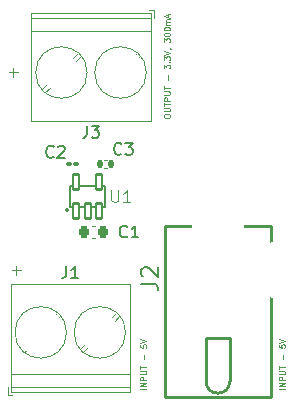
<source format=gto>
%TF.GenerationSoftware,KiCad,Pcbnew,8.0.4*%
%TF.CreationDate,2024-11-20T20:48:09-05:00*%
%TF.ProjectId,voltage_regulator_3V3_ap2210,766f6c74-6167-4655-9f72-6567756c6174,rev?*%
%TF.SameCoordinates,Original*%
%TF.FileFunction,Legend,Top*%
%TF.FilePolarity,Positive*%
%FSLAX46Y46*%
G04 Gerber Fmt 4.6, Leading zero omitted, Abs format (unit mm)*
G04 Created by KiCad (PCBNEW 8.0.4) date 2024-11-20 20:48:09*
%MOMM*%
%LPD*%
G01*
G04 APERTURE LIST*
G04 Aperture macros list*
%AMRoundRect*
0 Rectangle with rounded corners*
0 $1 Rounding radius*
0 $2 $3 $4 $5 $6 $7 $8 $9 X,Y pos of 4 corners*
0 Add a 4 corners polygon primitive as box body*
4,1,4,$2,$3,$4,$5,$6,$7,$8,$9,$2,$3,0*
0 Add four circle primitives for the rounded corners*
1,1,$1+$1,$2,$3*
1,1,$1+$1,$4,$5*
1,1,$1+$1,$6,$7*
1,1,$1+$1,$8,$9*
0 Add four rect primitives between the rounded corners*
20,1,$1+$1,$2,$3,$4,$5,0*
20,1,$1+$1,$4,$5,$6,$7,0*
20,1,$1+$1,$6,$7,$8,$9,0*
20,1,$1+$1,$8,$9,$2,$3,0*%
G04 Aperture macros list end*
%ADD10C,0.100000*%
%ADD11C,0.150000*%
%ADD12C,0.120000*%
%ADD13C,0.254000*%
%ADD14C,0.127000*%
%ADD15R,2.600000X2.600000*%
%ADD16C,2.600000*%
%ADD17C,4.704000*%
%ADD18RoundRect,0.102000X-0.275000X-0.650000X0.275000X-0.650000X0.275000X0.650000X-0.275000X0.650000X0*%
%ADD19RoundRect,0.100000X0.130000X0.100000X-0.130000X0.100000X-0.130000X-0.100000X0.130000X-0.100000X0*%
%ADD20RoundRect,0.140000X-0.140000X-0.170000X0.140000X-0.170000X0.140000X0.170000X-0.140000X0.170000X0*%
%ADD21RoundRect,0.225000X0.225000X0.250000X-0.225000X0.250000X-0.225000X-0.250000X0.225000X-0.250000X0*%
%ADD22C,0.600000*%
G04 APERTURE END LIST*
D10*
X106183609Y-73065163D02*
X105683609Y-73065163D01*
X106183609Y-72827068D02*
X105683609Y-72827068D01*
X105683609Y-72827068D02*
X106183609Y-72541354D01*
X106183609Y-72541354D02*
X105683609Y-72541354D01*
X106183609Y-72303258D02*
X105683609Y-72303258D01*
X105683609Y-72303258D02*
X105683609Y-72112782D01*
X105683609Y-72112782D02*
X105707419Y-72065163D01*
X105707419Y-72065163D02*
X105731228Y-72041353D01*
X105731228Y-72041353D02*
X105778847Y-72017544D01*
X105778847Y-72017544D02*
X105850276Y-72017544D01*
X105850276Y-72017544D02*
X105897895Y-72041353D01*
X105897895Y-72041353D02*
X105921704Y-72065163D01*
X105921704Y-72065163D02*
X105945514Y-72112782D01*
X105945514Y-72112782D02*
X105945514Y-72303258D01*
X105683609Y-71803258D02*
X106088371Y-71803258D01*
X106088371Y-71803258D02*
X106135990Y-71779448D01*
X106135990Y-71779448D02*
X106159800Y-71755639D01*
X106159800Y-71755639D02*
X106183609Y-71708020D01*
X106183609Y-71708020D02*
X106183609Y-71612782D01*
X106183609Y-71612782D02*
X106159800Y-71565163D01*
X106159800Y-71565163D02*
X106135990Y-71541353D01*
X106135990Y-71541353D02*
X106088371Y-71517544D01*
X106088371Y-71517544D02*
X105683609Y-71517544D01*
X105683609Y-71350876D02*
X105683609Y-71065162D01*
X106183609Y-71208019D02*
X105683609Y-71208019D01*
X105993133Y-70517544D02*
X105993133Y-70136592D01*
X105683609Y-69279449D02*
X105683609Y-69517544D01*
X105683609Y-69517544D02*
X105921704Y-69541353D01*
X105921704Y-69541353D02*
X105897895Y-69517544D01*
X105897895Y-69517544D02*
X105874085Y-69469925D01*
X105874085Y-69469925D02*
X105874085Y-69350877D01*
X105874085Y-69350877D02*
X105897895Y-69303258D01*
X105897895Y-69303258D02*
X105921704Y-69279449D01*
X105921704Y-69279449D02*
X105969323Y-69255639D01*
X105969323Y-69255639D02*
X106088371Y-69255639D01*
X106088371Y-69255639D02*
X106135990Y-69279449D01*
X106135990Y-69279449D02*
X106159800Y-69303258D01*
X106159800Y-69303258D02*
X106183609Y-69350877D01*
X106183609Y-69350877D02*
X106183609Y-69469925D01*
X106183609Y-69469925D02*
X106159800Y-69517544D01*
X106159800Y-69517544D02*
X106135990Y-69541353D01*
X105683609Y-69112782D02*
X106183609Y-68946116D01*
X106183609Y-68946116D02*
X105683609Y-68779449D01*
X94553884Y-46241466D02*
X95315789Y-46241466D01*
X94934836Y-46622419D02*
X94934836Y-45860514D01*
X107683609Y-49969925D02*
X107683609Y-49874687D01*
X107683609Y-49874687D02*
X107707419Y-49827068D01*
X107707419Y-49827068D02*
X107755038Y-49779449D01*
X107755038Y-49779449D02*
X107850276Y-49755639D01*
X107850276Y-49755639D02*
X108016942Y-49755639D01*
X108016942Y-49755639D02*
X108112180Y-49779449D01*
X108112180Y-49779449D02*
X108159800Y-49827068D01*
X108159800Y-49827068D02*
X108183609Y-49874687D01*
X108183609Y-49874687D02*
X108183609Y-49969925D01*
X108183609Y-49969925D02*
X108159800Y-50017544D01*
X108159800Y-50017544D02*
X108112180Y-50065163D01*
X108112180Y-50065163D02*
X108016942Y-50088972D01*
X108016942Y-50088972D02*
X107850276Y-50088972D01*
X107850276Y-50088972D02*
X107755038Y-50065163D01*
X107755038Y-50065163D02*
X107707419Y-50017544D01*
X107707419Y-50017544D02*
X107683609Y-49969925D01*
X107683609Y-49541353D02*
X108088371Y-49541353D01*
X108088371Y-49541353D02*
X108135990Y-49517543D01*
X108135990Y-49517543D02*
X108159800Y-49493734D01*
X108159800Y-49493734D02*
X108183609Y-49446115D01*
X108183609Y-49446115D02*
X108183609Y-49350877D01*
X108183609Y-49350877D02*
X108159800Y-49303258D01*
X108159800Y-49303258D02*
X108135990Y-49279448D01*
X108135990Y-49279448D02*
X108088371Y-49255639D01*
X108088371Y-49255639D02*
X107683609Y-49255639D01*
X107683609Y-49088971D02*
X107683609Y-48803257D01*
X108183609Y-48946114D02*
X107683609Y-48946114D01*
X108183609Y-48636591D02*
X107683609Y-48636591D01*
X107683609Y-48636591D02*
X107683609Y-48446115D01*
X107683609Y-48446115D02*
X107707419Y-48398496D01*
X107707419Y-48398496D02*
X107731228Y-48374686D01*
X107731228Y-48374686D02*
X107778847Y-48350877D01*
X107778847Y-48350877D02*
X107850276Y-48350877D01*
X107850276Y-48350877D02*
X107897895Y-48374686D01*
X107897895Y-48374686D02*
X107921704Y-48398496D01*
X107921704Y-48398496D02*
X107945514Y-48446115D01*
X107945514Y-48446115D02*
X107945514Y-48636591D01*
X107683609Y-48136591D02*
X108088371Y-48136591D01*
X108088371Y-48136591D02*
X108135990Y-48112781D01*
X108135990Y-48112781D02*
X108159800Y-48088972D01*
X108159800Y-48088972D02*
X108183609Y-48041353D01*
X108183609Y-48041353D02*
X108183609Y-47946115D01*
X108183609Y-47946115D02*
X108159800Y-47898496D01*
X108159800Y-47898496D02*
X108135990Y-47874686D01*
X108135990Y-47874686D02*
X108088371Y-47850877D01*
X108088371Y-47850877D02*
X107683609Y-47850877D01*
X107683609Y-47684209D02*
X107683609Y-47398495D01*
X108183609Y-47541352D02*
X107683609Y-47541352D01*
X107993133Y-46850877D02*
X107993133Y-46469925D01*
X107683609Y-45898496D02*
X107683609Y-45588972D01*
X107683609Y-45588972D02*
X107874085Y-45755639D01*
X107874085Y-45755639D02*
X107874085Y-45684210D01*
X107874085Y-45684210D02*
X107897895Y-45636591D01*
X107897895Y-45636591D02*
X107921704Y-45612782D01*
X107921704Y-45612782D02*
X107969323Y-45588972D01*
X107969323Y-45588972D02*
X108088371Y-45588972D01*
X108088371Y-45588972D02*
X108135990Y-45612782D01*
X108135990Y-45612782D02*
X108159800Y-45636591D01*
X108159800Y-45636591D02*
X108183609Y-45684210D01*
X108183609Y-45684210D02*
X108183609Y-45827067D01*
X108183609Y-45827067D02*
X108159800Y-45874686D01*
X108159800Y-45874686D02*
X108135990Y-45898496D01*
X108135990Y-45374687D02*
X108159800Y-45350877D01*
X108159800Y-45350877D02*
X108183609Y-45374687D01*
X108183609Y-45374687D02*
X108159800Y-45398496D01*
X108159800Y-45398496D02*
X108135990Y-45374687D01*
X108135990Y-45374687D02*
X108183609Y-45374687D01*
X107683609Y-45184211D02*
X107683609Y-44874687D01*
X107683609Y-44874687D02*
X107874085Y-45041354D01*
X107874085Y-45041354D02*
X107874085Y-44969925D01*
X107874085Y-44969925D02*
X107897895Y-44922306D01*
X107897895Y-44922306D02*
X107921704Y-44898497D01*
X107921704Y-44898497D02*
X107969323Y-44874687D01*
X107969323Y-44874687D02*
X108088371Y-44874687D01*
X108088371Y-44874687D02*
X108135990Y-44898497D01*
X108135990Y-44898497D02*
X108159800Y-44922306D01*
X108159800Y-44922306D02*
X108183609Y-44969925D01*
X108183609Y-44969925D02*
X108183609Y-45112782D01*
X108183609Y-45112782D02*
X108159800Y-45160401D01*
X108159800Y-45160401D02*
X108135990Y-45184211D01*
X107683609Y-44731830D02*
X108183609Y-44565164D01*
X108183609Y-44565164D02*
X107683609Y-44398497D01*
X108159800Y-44208021D02*
X108183609Y-44208021D01*
X108183609Y-44208021D02*
X108231228Y-44231831D01*
X108231228Y-44231831D02*
X108255038Y-44255640D01*
X107683609Y-43660403D02*
X107683609Y-43350879D01*
X107683609Y-43350879D02*
X107874085Y-43517546D01*
X107874085Y-43517546D02*
X107874085Y-43446117D01*
X107874085Y-43446117D02*
X107897895Y-43398498D01*
X107897895Y-43398498D02*
X107921704Y-43374689D01*
X107921704Y-43374689D02*
X107969323Y-43350879D01*
X107969323Y-43350879D02*
X108088371Y-43350879D01*
X108088371Y-43350879D02*
X108135990Y-43374689D01*
X108135990Y-43374689D02*
X108159800Y-43398498D01*
X108159800Y-43398498D02*
X108183609Y-43446117D01*
X108183609Y-43446117D02*
X108183609Y-43588974D01*
X108183609Y-43588974D02*
X108159800Y-43636593D01*
X108159800Y-43636593D02*
X108135990Y-43660403D01*
X107683609Y-43041356D02*
X107683609Y-42993737D01*
X107683609Y-42993737D02*
X107707419Y-42946118D01*
X107707419Y-42946118D02*
X107731228Y-42922308D01*
X107731228Y-42922308D02*
X107778847Y-42898499D01*
X107778847Y-42898499D02*
X107874085Y-42874689D01*
X107874085Y-42874689D02*
X107993133Y-42874689D01*
X107993133Y-42874689D02*
X108088371Y-42898499D01*
X108088371Y-42898499D02*
X108135990Y-42922308D01*
X108135990Y-42922308D02*
X108159800Y-42946118D01*
X108159800Y-42946118D02*
X108183609Y-42993737D01*
X108183609Y-42993737D02*
X108183609Y-43041356D01*
X108183609Y-43041356D02*
X108159800Y-43088975D01*
X108159800Y-43088975D02*
X108135990Y-43112784D01*
X108135990Y-43112784D02*
X108088371Y-43136594D01*
X108088371Y-43136594D02*
X107993133Y-43160403D01*
X107993133Y-43160403D02*
X107874085Y-43160403D01*
X107874085Y-43160403D02*
X107778847Y-43136594D01*
X107778847Y-43136594D02*
X107731228Y-43112784D01*
X107731228Y-43112784D02*
X107707419Y-43088975D01*
X107707419Y-43088975D02*
X107683609Y-43041356D01*
X107683609Y-42565166D02*
X107683609Y-42517547D01*
X107683609Y-42517547D02*
X107707419Y-42469928D01*
X107707419Y-42469928D02*
X107731228Y-42446118D01*
X107731228Y-42446118D02*
X107778847Y-42422309D01*
X107778847Y-42422309D02*
X107874085Y-42398499D01*
X107874085Y-42398499D02*
X107993133Y-42398499D01*
X107993133Y-42398499D02*
X108088371Y-42422309D01*
X108088371Y-42422309D02*
X108135990Y-42446118D01*
X108135990Y-42446118D02*
X108159800Y-42469928D01*
X108159800Y-42469928D02*
X108183609Y-42517547D01*
X108183609Y-42517547D02*
X108183609Y-42565166D01*
X108183609Y-42565166D02*
X108159800Y-42612785D01*
X108159800Y-42612785D02*
X108135990Y-42636594D01*
X108135990Y-42636594D02*
X108088371Y-42660404D01*
X108088371Y-42660404D02*
X107993133Y-42684213D01*
X107993133Y-42684213D02*
X107874085Y-42684213D01*
X107874085Y-42684213D02*
X107778847Y-42660404D01*
X107778847Y-42660404D02*
X107731228Y-42636594D01*
X107731228Y-42636594D02*
X107707419Y-42612785D01*
X107707419Y-42612785D02*
X107683609Y-42565166D01*
X108183609Y-42184214D02*
X107850276Y-42184214D01*
X107897895Y-42184214D02*
X107874085Y-42160404D01*
X107874085Y-42160404D02*
X107850276Y-42112785D01*
X107850276Y-42112785D02*
X107850276Y-42041357D01*
X107850276Y-42041357D02*
X107874085Y-41993738D01*
X107874085Y-41993738D02*
X107921704Y-41969928D01*
X107921704Y-41969928D02*
X108183609Y-41969928D01*
X107921704Y-41969928D02*
X107874085Y-41946119D01*
X107874085Y-41946119D02*
X107850276Y-41898500D01*
X107850276Y-41898500D02*
X107850276Y-41827071D01*
X107850276Y-41827071D02*
X107874085Y-41779452D01*
X107874085Y-41779452D02*
X107921704Y-41755642D01*
X107921704Y-41755642D02*
X108183609Y-41755642D01*
X108040752Y-41541356D02*
X108040752Y-41303261D01*
X108183609Y-41588975D02*
X107683609Y-41422309D01*
X107683609Y-41422309D02*
X108183609Y-41255642D01*
X94803884Y-62991466D02*
X95565789Y-62991466D01*
X95184836Y-63372419D02*
X95184836Y-62610514D01*
X117933609Y-73065163D02*
X117433609Y-73065163D01*
X117933609Y-72827068D02*
X117433609Y-72827068D01*
X117433609Y-72827068D02*
X117933609Y-72541354D01*
X117933609Y-72541354D02*
X117433609Y-72541354D01*
X117933609Y-72303258D02*
X117433609Y-72303258D01*
X117433609Y-72303258D02*
X117433609Y-72112782D01*
X117433609Y-72112782D02*
X117457419Y-72065163D01*
X117457419Y-72065163D02*
X117481228Y-72041353D01*
X117481228Y-72041353D02*
X117528847Y-72017544D01*
X117528847Y-72017544D02*
X117600276Y-72017544D01*
X117600276Y-72017544D02*
X117647895Y-72041353D01*
X117647895Y-72041353D02*
X117671704Y-72065163D01*
X117671704Y-72065163D02*
X117695514Y-72112782D01*
X117695514Y-72112782D02*
X117695514Y-72303258D01*
X117433609Y-71803258D02*
X117838371Y-71803258D01*
X117838371Y-71803258D02*
X117885990Y-71779448D01*
X117885990Y-71779448D02*
X117909800Y-71755639D01*
X117909800Y-71755639D02*
X117933609Y-71708020D01*
X117933609Y-71708020D02*
X117933609Y-71612782D01*
X117933609Y-71612782D02*
X117909800Y-71565163D01*
X117909800Y-71565163D02*
X117885990Y-71541353D01*
X117885990Y-71541353D02*
X117838371Y-71517544D01*
X117838371Y-71517544D02*
X117433609Y-71517544D01*
X117433609Y-71350876D02*
X117433609Y-71065162D01*
X117933609Y-71208019D02*
X117433609Y-71208019D01*
X117743133Y-70517544D02*
X117743133Y-70136592D01*
X117433609Y-69279449D02*
X117433609Y-69517544D01*
X117433609Y-69517544D02*
X117671704Y-69541353D01*
X117671704Y-69541353D02*
X117647895Y-69517544D01*
X117647895Y-69517544D02*
X117624085Y-69469925D01*
X117624085Y-69469925D02*
X117624085Y-69350877D01*
X117624085Y-69350877D02*
X117647895Y-69303258D01*
X117647895Y-69303258D02*
X117671704Y-69279449D01*
X117671704Y-69279449D02*
X117719323Y-69255639D01*
X117719323Y-69255639D02*
X117838371Y-69255639D01*
X117838371Y-69255639D02*
X117885990Y-69279449D01*
X117885990Y-69279449D02*
X117909800Y-69303258D01*
X117909800Y-69303258D02*
X117933609Y-69350877D01*
X117933609Y-69350877D02*
X117933609Y-69469925D01*
X117933609Y-69469925D02*
X117909800Y-69517544D01*
X117909800Y-69517544D02*
X117885990Y-69541353D01*
X117433609Y-69112782D02*
X117933609Y-68946116D01*
X117933609Y-68946116D02*
X117433609Y-68779449D01*
D11*
X101166666Y-50764819D02*
X101166666Y-51479104D01*
X101166666Y-51479104D02*
X101119047Y-51621961D01*
X101119047Y-51621961D02*
X101023809Y-51717200D01*
X101023809Y-51717200D02*
X100880952Y-51764819D01*
X100880952Y-51764819D02*
X100785714Y-51764819D01*
X101547619Y-50764819D02*
X102166666Y-50764819D01*
X102166666Y-50764819D02*
X101833333Y-51145771D01*
X101833333Y-51145771D02*
X101976190Y-51145771D01*
X101976190Y-51145771D02*
X102071428Y-51193390D01*
X102071428Y-51193390D02*
X102119047Y-51241009D01*
X102119047Y-51241009D02*
X102166666Y-51336247D01*
X102166666Y-51336247D02*
X102166666Y-51574342D01*
X102166666Y-51574342D02*
X102119047Y-51669580D01*
X102119047Y-51669580D02*
X102071428Y-51717200D01*
X102071428Y-51717200D02*
X101976190Y-51764819D01*
X101976190Y-51764819D02*
X101690476Y-51764819D01*
X101690476Y-51764819D02*
X101595238Y-51717200D01*
X101595238Y-51717200D02*
X101547619Y-51669580D01*
X105778866Y-64111666D02*
X106778866Y-64111666D01*
X106778866Y-64111666D02*
X106978866Y-64178333D01*
X106978866Y-64178333D02*
X107112200Y-64311666D01*
X107112200Y-64311666D02*
X107178866Y-64511666D01*
X107178866Y-64511666D02*
X107178866Y-64645000D01*
X105912200Y-63511666D02*
X105845533Y-63444999D01*
X105845533Y-63444999D02*
X105778866Y-63311666D01*
X105778866Y-63311666D02*
X105778866Y-62978333D01*
X105778866Y-62978333D02*
X105845533Y-62844999D01*
X105845533Y-62844999D02*
X105912200Y-62778333D01*
X105912200Y-62778333D02*
X106045533Y-62711666D01*
X106045533Y-62711666D02*
X106178866Y-62711666D01*
X106178866Y-62711666D02*
X106378866Y-62778333D01*
X106378866Y-62778333D02*
X107178866Y-63578333D01*
X107178866Y-63578333D02*
X107178866Y-62711666D01*
D12*
X103238095Y-56206379D02*
X103238095Y-57015902D01*
X103238095Y-57015902D02*
X103285714Y-57111140D01*
X103285714Y-57111140D02*
X103333333Y-57158760D01*
X103333333Y-57158760D02*
X103428571Y-57206379D01*
X103428571Y-57206379D02*
X103619047Y-57206379D01*
X103619047Y-57206379D02*
X103714285Y-57158760D01*
X103714285Y-57158760D02*
X103761904Y-57111140D01*
X103761904Y-57111140D02*
X103809523Y-57015902D01*
X103809523Y-57015902D02*
X103809523Y-56206379D01*
X104809523Y-57206379D02*
X104238095Y-57206379D01*
X104523809Y-57206379D02*
X104523809Y-56206379D01*
X104523809Y-56206379D02*
X104428571Y-56349236D01*
X104428571Y-56349236D02*
X104333333Y-56444474D01*
X104333333Y-56444474D02*
X104238095Y-56492093D01*
D11*
X99416666Y-62644819D02*
X99416666Y-63359104D01*
X99416666Y-63359104D02*
X99369047Y-63501961D01*
X99369047Y-63501961D02*
X99273809Y-63597200D01*
X99273809Y-63597200D02*
X99130952Y-63644819D01*
X99130952Y-63644819D02*
X99035714Y-63644819D01*
X100416666Y-63644819D02*
X99845238Y-63644819D01*
X100130952Y-63644819D02*
X100130952Y-62644819D01*
X100130952Y-62644819D02*
X100035714Y-62787676D01*
X100035714Y-62787676D02*
X99940476Y-62882914D01*
X99940476Y-62882914D02*
X99845238Y-62930533D01*
X98333333Y-53359580D02*
X98285714Y-53407200D01*
X98285714Y-53407200D02*
X98142857Y-53454819D01*
X98142857Y-53454819D02*
X98047619Y-53454819D01*
X98047619Y-53454819D02*
X97904762Y-53407200D01*
X97904762Y-53407200D02*
X97809524Y-53311961D01*
X97809524Y-53311961D02*
X97761905Y-53216723D01*
X97761905Y-53216723D02*
X97714286Y-53026247D01*
X97714286Y-53026247D02*
X97714286Y-52883390D01*
X97714286Y-52883390D02*
X97761905Y-52692914D01*
X97761905Y-52692914D02*
X97809524Y-52597676D01*
X97809524Y-52597676D02*
X97904762Y-52502438D01*
X97904762Y-52502438D02*
X98047619Y-52454819D01*
X98047619Y-52454819D02*
X98142857Y-52454819D01*
X98142857Y-52454819D02*
X98285714Y-52502438D01*
X98285714Y-52502438D02*
X98333333Y-52550057D01*
X98714286Y-52550057D02*
X98761905Y-52502438D01*
X98761905Y-52502438D02*
X98857143Y-52454819D01*
X98857143Y-52454819D02*
X99095238Y-52454819D01*
X99095238Y-52454819D02*
X99190476Y-52502438D01*
X99190476Y-52502438D02*
X99238095Y-52550057D01*
X99238095Y-52550057D02*
X99285714Y-52645295D01*
X99285714Y-52645295D02*
X99285714Y-52740533D01*
X99285714Y-52740533D02*
X99238095Y-52883390D01*
X99238095Y-52883390D02*
X98666667Y-53454819D01*
X98666667Y-53454819D02*
X99285714Y-53454819D01*
X104083333Y-53109580D02*
X104035714Y-53157200D01*
X104035714Y-53157200D02*
X103892857Y-53204819D01*
X103892857Y-53204819D02*
X103797619Y-53204819D01*
X103797619Y-53204819D02*
X103654762Y-53157200D01*
X103654762Y-53157200D02*
X103559524Y-53061961D01*
X103559524Y-53061961D02*
X103511905Y-52966723D01*
X103511905Y-52966723D02*
X103464286Y-52776247D01*
X103464286Y-52776247D02*
X103464286Y-52633390D01*
X103464286Y-52633390D02*
X103511905Y-52442914D01*
X103511905Y-52442914D02*
X103559524Y-52347676D01*
X103559524Y-52347676D02*
X103654762Y-52252438D01*
X103654762Y-52252438D02*
X103797619Y-52204819D01*
X103797619Y-52204819D02*
X103892857Y-52204819D01*
X103892857Y-52204819D02*
X104035714Y-52252438D01*
X104035714Y-52252438D02*
X104083333Y-52300057D01*
X104416667Y-52204819D02*
X105035714Y-52204819D01*
X105035714Y-52204819D02*
X104702381Y-52585771D01*
X104702381Y-52585771D02*
X104845238Y-52585771D01*
X104845238Y-52585771D02*
X104940476Y-52633390D01*
X104940476Y-52633390D02*
X104988095Y-52681009D01*
X104988095Y-52681009D02*
X105035714Y-52776247D01*
X105035714Y-52776247D02*
X105035714Y-53014342D01*
X105035714Y-53014342D02*
X104988095Y-53109580D01*
X104988095Y-53109580D02*
X104940476Y-53157200D01*
X104940476Y-53157200D02*
X104845238Y-53204819D01*
X104845238Y-53204819D02*
X104559524Y-53204819D01*
X104559524Y-53204819D02*
X104464286Y-53157200D01*
X104464286Y-53157200D02*
X104416667Y-53109580D01*
X104558333Y-60109580D02*
X104510714Y-60157200D01*
X104510714Y-60157200D02*
X104367857Y-60204819D01*
X104367857Y-60204819D02*
X104272619Y-60204819D01*
X104272619Y-60204819D02*
X104129762Y-60157200D01*
X104129762Y-60157200D02*
X104034524Y-60061961D01*
X104034524Y-60061961D02*
X103986905Y-59966723D01*
X103986905Y-59966723D02*
X103939286Y-59776247D01*
X103939286Y-59776247D02*
X103939286Y-59633390D01*
X103939286Y-59633390D02*
X103986905Y-59442914D01*
X103986905Y-59442914D02*
X104034524Y-59347676D01*
X104034524Y-59347676D02*
X104129762Y-59252438D01*
X104129762Y-59252438D02*
X104272619Y-59204819D01*
X104272619Y-59204819D02*
X104367857Y-59204819D01*
X104367857Y-59204819D02*
X104510714Y-59252438D01*
X104510714Y-59252438D02*
X104558333Y-59300057D01*
X105510714Y-60204819D02*
X104939286Y-60204819D01*
X105225000Y-60204819D02*
X105225000Y-59204819D01*
X105225000Y-59204819D02*
X105129762Y-59347676D01*
X105129762Y-59347676D02*
X105034524Y-59442914D01*
X105034524Y-59442914D02*
X104939286Y-59490533D01*
D12*
%TO.C,J3*%
X96440000Y-50310000D02*
X96440000Y-41190000D01*
X97346000Y-47638000D02*
X97741000Y-47242000D01*
X97612000Y-47904000D02*
X97992000Y-47524000D01*
X100007000Y-44976000D02*
X100387000Y-44596000D01*
X100258000Y-45258000D02*
X100653000Y-44862000D01*
X102346000Y-47638000D02*
X102453000Y-47531000D01*
X102612000Y-47904000D02*
X102719000Y-47797000D01*
X105282000Y-44703000D02*
X105388000Y-44596000D01*
X105548000Y-44969000D02*
X105654000Y-44862000D01*
X106560000Y-41190000D02*
X96440000Y-41190000D01*
X106560000Y-41650000D02*
X96440000Y-41650000D01*
X106560000Y-42750000D02*
X96440000Y-42750000D01*
X106560000Y-50310000D02*
X96440000Y-50310000D01*
X106560000Y-50310000D02*
X106560000Y-41190000D01*
X106800000Y-40950000D02*
X106400000Y-40950000D01*
X106800000Y-41590000D02*
X106800000Y-40950000D01*
X101180000Y-46250000D02*
G75*
G02*
X96820000Y-46250000I-2180000J0D01*
G01*
X96820000Y-46250000D02*
G75*
G02*
X101180000Y-46250000I2180000J0D01*
G01*
X106180000Y-46250000D02*
G75*
G02*
X101820000Y-46250000I-2180000J0D01*
G01*
X101820000Y-46250000D02*
G75*
G02*
X106180000Y-46250000I2180000J0D01*
G01*
D13*
%TO.C,J2*%
X107750000Y-59200000D02*
X107750000Y-73700000D01*
X107750000Y-73700000D02*
X116750000Y-73700000D01*
X111250000Y-68700000D02*
X111250000Y-72400000D01*
X113250000Y-68700000D02*
X111250000Y-68700000D01*
X113250000Y-68700000D02*
X113250000Y-72400000D01*
X116750000Y-59200000D02*
X107750000Y-59200000D01*
X116750000Y-73700000D02*
X116750000Y-59200000D01*
X113250000Y-72400000D02*
G75*
G02*
X111250000Y-72400000I-1000000J0D01*
G01*
D14*
%TO.C,U1*%
X99725000Y-55880000D02*
X99725000Y-57620000D01*
X99725000Y-57620000D02*
X102725000Y-57620000D01*
X102725000Y-55880000D02*
X99725000Y-55880000D01*
X102725000Y-57620000D02*
X102725000Y-55880000D01*
X99607000Y-57865000D02*
G75*
G02*
X99353000Y-57865000I-127000J0D01*
G01*
X99353000Y-57865000D02*
G75*
G02*
X99607000Y-57865000I127000J0D01*
G01*
D12*
%TO.C,J1*%
X94450000Y-72910000D02*
X94450000Y-73550000D01*
X94450000Y-73550000D02*
X94850000Y-73550000D01*
X94690000Y-64190000D02*
X94690000Y-73310000D01*
X94690000Y-64190000D02*
X104810000Y-64190000D01*
X94690000Y-71750000D02*
X104810000Y-71750000D01*
X94690000Y-72850000D02*
X104810000Y-72850000D01*
X94690000Y-73310000D02*
X104810000Y-73310000D01*
X95702000Y-69531000D02*
X95596000Y-69638000D01*
X95968000Y-69797000D02*
X95862000Y-69904000D01*
X98638000Y-66596000D02*
X98531000Y-66703000D01*
X98904000Y-66862000D02*
X98797000Y-66969000D01*
X100992000Y-69242000D02*
X100597000Y-69638000D01*
X101243000Y-69524000D02*
X100863000Y-69904000D01*
X103638000Y-66596000D02*
X103258000Y-66976000D01*
X103904000Y-66862000D02*
X103509000Y-67258000D01*
X104810000Y-64190000D02*
X104810000Y-73310000D01*
X99430000Y-68250000D02*
G75*
G02*
X95070000Y-68250000I-2180000J0D01*
G01*
X95070000Y-68250000D02*
G75*
G02*
X99430000Y-68250000I2180000J0D01*
G01*
X104430000Y-68250000D02*
G75*
G02*
X100070000Y-68250000I-2180000J0D01*
G01*
X100070000Y-68250000D02*
G75*
G02*
X104430000Y-68250000I2180000J0D01*
G01*
%TO.C,C3*%
X102642164Y-53640000D02*
X102857836Y-53640000D01*
X102642164Y-54360000D02*
X102857836Y-54360000D01*
%TO.C,C1*%
X101865580Y-59240000D02*
X101584420Y-59240000D01*
X101865580Y-60260000D02*
X101584420Y-60260000D01*
%TD*%
%LPC*%
D15*
%TO.C,J3*%
X104000000Y-46250000D03*
D16*
X99000000Y-46250000D03*
%TD*%
D17*
%TO.C,J2*%
X112250000Y-60000000D03*
X112250000Y-66000000D03*
X116950000Y-63000000D03*
%TD*%
D18*
%TO.C,U1*%
X100275000Y-58000000D03*
X101225000Y-58000000D03*
X102175000Y-58000000D03*
X102175000Y-55500000D03*
X100275000Y-55500000D03*
%TD*%
D15*
%TO.C,J1*%
X97250000Y-68250000D03*
D16*
X102250000Y-68250000D03*
%TD*%
D19*
%TO.C,C2*%
X100250000Y-54000000D03*
X99610000Y-54000000D03*
%TD*%
D20*
%TO.C,C3*%
X102270000Y-54000000D03*
X103230000Y-54000000D03*
%TD*%
D21*
%TO.C,C1*%
X102500000Y-59750000D03*
X100950000Y-59750000D03*
%TD*%
D22*
X98250000Y-54000000D03*
X99000000Y-59750000D03*
X104750000Y-54000000D03*
%LPD*%
M02*

</source>
